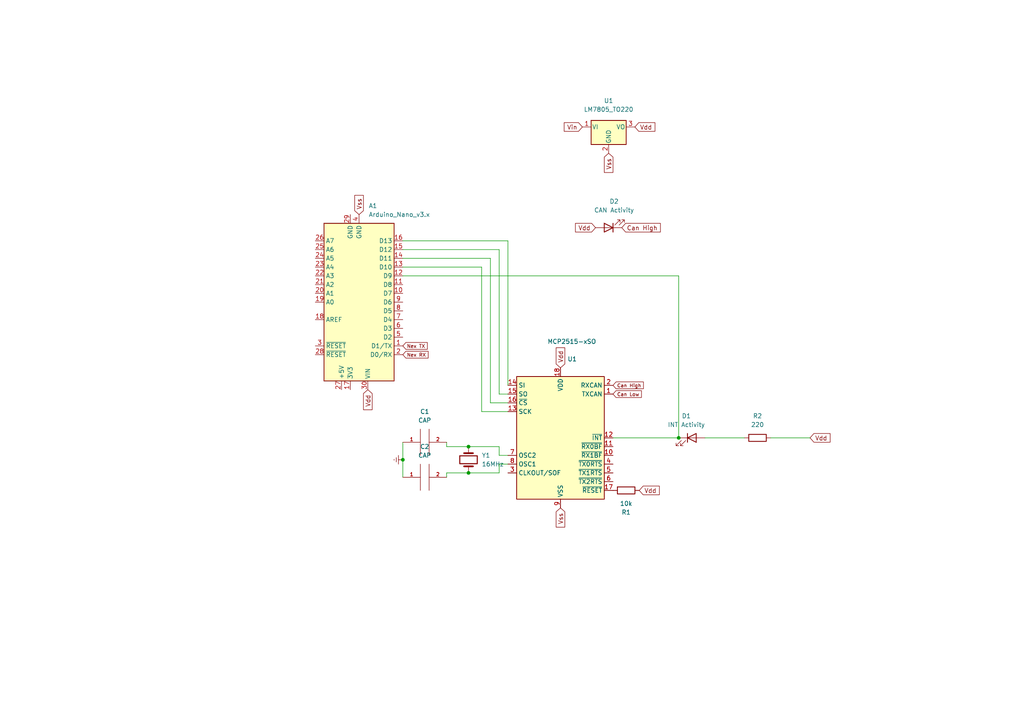
<source format=kicad_sch>
(kicad_sch (version 20211123) (generator eeschema)
  (paper "A4")
  (lib_symbols
    (symbol "Device:Crystal" (pin_numbers hide) (pin_names (offset 1.016) hide)
      (property "Reference" "Y" (at 0 3.81 0))
      (property "Value" "Crystal" (at 0 -3.81 0))
      (symbol "Crystal_0_1"
        (rectangle (start -1.143 2.54) (end 1.143 -2.54) (stroke (width 0.3048)))
        (polyline (pts (xy -2.54 0) (xy -1.905 0)))
        (polyline (pts (xy -1.905 -1.27) (xy -1.905 1.27)) (stroke (width 0.508)))
        (polyline (pts (xy 1.905 -1.27) (xy 1.905 1.27)) (stroke (width 0.508)))
        (polyline (pts (xy 2.54 0) (xy 1.905 0)))
      )
      (symbol "Crystal_1_1"
        (pin passive line (at -3.81 0 0) (length 1.27) (name "1") (number "1"))
        (pin passive line (at 3.81 0 180) (length 1.27) (name "2") (number "2"))
      )
    )
    (symbol "Device:LED" (pin_numbers hide) (pin_names (offset 1.016) hide)
      (property "Reference" "D" (at 0 2.54 0))
      (property "Value" "LED" (at 0 -2.54 0))
      (symbol "LED_0_1"
        (polyline (pts (xy -1.27 -1.27) (xy -1.27 1.27)) (stroke (width 0.254)))
        (polyline (pts (xy -1.27 0) (xy 1.27 0)))
        (polyline (pts (xy 1.27 -1.27) (xy 1.27 1.27) (xy -1.27 0) (xy 1.27 -1.27)) (stroke (width 0.254)))
        (polyline (pts (xy -3.048 -0.762) (xy -4.572 -2.286) (xy -3.81 -2.286) (xy -4.572 -2.286) (xy -4.572 -1.524)))
        (polyline (pts (xy -1.778 -0.762) (xy -3.302 -2.286) (xy -2.54 -2.286) (xy -3.302 -2.286) (xy -3.302 -1.524)))
      )
      (symbol "LED_1_1"
        (pin passive line (at -3.81 0 0) (length 2.54) (name "K") (number "1"))
        (pin passive line (at 3.81 0 180) (length 2.54) (name "A") (number "2"))
      )
    )
    (symbol "Device:R" (pin_numbers hide) (pin_names (offset 0))
      (property "Reference" "R" (at 2.032 0 90))
      (property "Value" "R" (at 0 0 90))
      (symbol "R_0_1"
        (rectangle (start -1.016 -2.54) (end 1.016 2.54) (stroke (width 0.254)))
      )
      (symbol "R_1_1"
        (pin passive line (at 0 3.81 270) (length 1.27) (name "~") (number "1"))
        (pin passive line (at 0 -3.81 90) (length 1.27) (name "~") (number "2"))
      )
    )
    (symbol "Interface_CAN_LIN:MCP2515-xSO"
      (property "Reference" "U" (at -10.16 19.685 0))
      (property "Value" "MCP2515-xSO" (at 19.05 20.32 0))
      (symbol "MCP2515-xSO_0_1"
        (rectangle (start -12.7 17.78) (end 12.7 -17.78) (stroke (width 0.254)) (fill (type background)))
      )
      (symbol "MCP2515-xSO_1_1"
        (pin output line (at 15.24 12.7 180) (length 2.54) (name "TXCAN") (number "1"))
        (pin output line (at 15.24 -5.08 180) (length 2.54) (name "~{RX1BF}") (number "10"))
        (pin output line (at 15.24 -2.54 180) (length 2.54) (name "~{RX0BF}") (number "11"))
        (pin output line (at 15.24 0 180) (length 2.54) (name "~{INT}") (number "12"))
        (pin input line (at -15.24 7.62 0) (length 2.54) (name "SCK") (number "13"))
        (pin input line (at -15.24 15.24 0) (length 2.54) (name "SI") (number "14"))
        (pin output line (at -15.24 12.7 0) (length 2.54) (name "SO") (number "15"))
        (pin input line (at -15.24 10.16 0) (length 2.54) (name "~{CS}") (number "16"))
        (pin input line (at 15.24 -15.24 180) (length 2.54) (name "~{RESET}") (number "17"))
        (pin power_in line (at 0 20.32 270) (length 2.54) (name "VDD") (number "18"))
        (pin input line (at 15.24 15.24 180) (length 2.54) (name "RXCAN") (number "2"))
        (pin output line (at -15.24 -10.16 0) (length 2.54) (name "CLKOUT/SOF") (number "3"))
        (pin input line (at 15.24 -7.62 180) (length 2.54) (name "~{TX0RTS}") (number "4"))
        (pin input line (at 15.24 -10.16 180) (length 2.54) (name "~{TX1RTS}") (number "5"))
        (pin input line (at 15.24 -12.7 180) (length 2.54) (name "~{TX2RTS}") (number "6"))
        (pin output line (at -15.24 -5.08 0) (length 2.54) (name "OSC2") (number "7"))
        (pin input line (at -15.24 -7.62 0) (length 2.54) (name "OSC1") (number "8"))
        (pin power_in line (at 0 -20.32 90) (length 2.54) (name "VSS") (number "9"))
      )
    )
    (symbol "MCU_Module:Arduino_Nano_v3.x"
      (property "Reference" "A" (at -10.16 23.495 0))
      (property "Value" "Arduino_Nano_v3.x" (at 5.08 -24.13 0))
      (symbol "Arduino_Nano_v3.x_0_1"
        (rectangle (start -10.16 22.86) (end 10.16 -22.86) (stroke (width 0.254)) (fill (type background)))
      )
      (symbol "Arduino_Nano_v3.x_1_1"
        (pin bidirectional line (at -12.7 12.7 0) (length 2.54) (name "D1/TX") (number "1"))
        (pin bidirectional line (at -12.7 -2.54 0) (length 2.54) (name "D7") (number "10"))
        (pin bidirectional line (at -12.7 -5.08 0) (length 2.54) (name "D8") (number "11"))
        (pin bidirectional line (at -12.7 -7.62 0) (length 2.54) (name "D9") (number "12"))
        (pin bidirectional line (at -12.7 -10.16 0) (length 2.54) (name "D10") (number "13"))
        (pin bidirectional line (at -12.7 -12.7 0) (length 2.54) (name "D11") (number "14"))
        (pin bidirectional line (at -12.7 -15.24 0) (length 2.54) (name "D12") (number "15"))
        (pin bidirectional line (at -12.7 -17.78 0) (length 2.54) (name "D13") (number "16"))
        (pin power_out line (at 2.54 25.4 270) (length 2.54) (name "3V3") (number "17"))
        (pin input line (at 12.7 5.08 180) (length 2.54) (name "AREF") (number "18"))
        (pin bidirectional line (at 12.7 0 180) (length 2.54) (name "A0") (number "19"))
        (pin bidirectional line (at -12.7 15.24 0) (length 2.54) (name "D0/RX") (number "2"))
        (pin bidirectional line (at 12.7 -2.54 180) (length 2.54) (name "A1") (number "20"))
        (pin bidirectional line (at 12.7 -5.08 180) (length 2.54) (name "A2") (number "21"))
        (pin bidirectional line (at 12.7 -7.62 180) (length 2.54) (name "A3") (number "22"))
        (pin bidirectional line (at 12.7 -10.16 180) (length 2.54) (name "A4") (number "23"))
        (pin bidirectional line (at 12.7 -12.7 180) (length 2.54) (name "A5") (number "24"))
        (pin bidirectional line (at 12.7 -15.24 180) (length 2.54) (name "A6") (number "25"))
        (pin bidirectional line (at 12.7 -17.78 180) (length 2.54) (name "A7") (number "26"))
        (pin power_out line (at 5.08 25.4 270) (length 2.54) (name "+5V") (number "27"))
        (pin input line (at 12.7 15.24 180) (length 2.54) (name "~{RESET}") (number "28"))
        (pin power_in line (at 2.54 -25.4 90) (length 2.54) (name "GND") (number "29"))
        (pin input line (at 12.7 12.7 180) (length 2.54) (name "~{RESET}") (number "3"))
        (pin power_in line (at -2.54 25.4 270) (length 2.54) (name "VIN") (number "30"))
        (pin power_in line (at 0 -25.4 90) (length 2.54) (name "GND") (number "4"))
        (pin bidirectional line (at -12.7 10.16 0) (length 2.54) (name "D2") (number "5"))
        (pin bidirectional line (at -12.7 7.62 0) (length 2.54) (name "D3") (number "6"))
        (pin bidirectional line (at -12.7 5.08 0) (length 2.54) (name "D4") (number "7"))
        (pin bidirectional line (at -12.7 2.54 0) (length 2.54) (name "D5") (number "8"))
        (pin bidirectional line (at -12.7 0 0) (length 2.54) (name "D6") (number "9"))
      )
    )
    (symbol "Regulator_Linear:LM7805_TO220" (pin_names (offset 0.254))
      (property "Reference" "U" (at -3.81 3.175 0))
      (property "Value" "LM7805_TO220" (at 0 3.175 0))
      (symbol "LM7805_TO220_0_1"
        (rectangle (start -5.08 1.905) (end 5.08 -5.08) (stroke (width 0.254)) (fill (type background)))
      )
      (symbol "LM7805_TO220_1_1"
        (pin power_in line (at -7.62 0 0) (length 2.54) (name "VI") (number "1"))
        (pin power_in line (at 0 -7.62 90) (length 2.54) (name "GND") (number "2"))
        (pin power_out line (at 7.62 0 180) (length 2.54) (name "VO") (number "3"))
      )
    )
    (symbol "power:Earth" (power) (pin_names (offset 0))
      (symbol "Earth_0_1"
        (polyline (pts (xy -0.635 -1.905) (xy 0.635 -1.905)))
        (polyline (pts (xy -0.127 -2.54) (xy 0.127 -2.54)))
        (polyline (pts (xy 0 -1.27) (xy 0 0)))
        (polyline (pts (xy 1.27 -1.27) (xy -1.27 -1.27)))
      )
      (symbol "Earth_1_1"
        (pin power_in line (at 0 0 270) (length 0) hide (name "Earth") (number "1"))
      )
    )
    (symbol "pspice:CAP" (pin_names (offset 0.254))
      (property "Reference" "C" (at 2.54 3.81 90))
      (property "Value" "CAP" (at 2.54 -3.81 90))
      (symbol "CAP_0_1"
        (polyline (pts (xy -3.81 -1.27) (xy 3.81 -1.27)))
        (polyline (pts (xy -3.81 1.27) (xy 3.81 1.27)))
      )
      (symbol "CAP_1_1"
        (pin passive line (at 0 6.35 270) (length 5.08) (name "~") (number "1"))
        (pin passive line (at 0 -6.35 90) (length 5.08) (name "~") (number "2"))
      )
    )
  )
  (junction (at 135.89 129.54))
  (junction (at 135.89 137.16))
  (junction (at 116.84 133.35))
  (junction (at 196.85 127))
  (wire (pts (xy 144.78 137.16) (xy 135.89 137.16)))
  (wire (pts (xy 139.7 119.38) (xy 139.7 77.47)))
  (wire (pts (xy 142.24 116.84) (xy 142.24 74.93)))
  (wire (pts (xy 147.32 116.84) (xy 142.24 116.84)))
  (wire (pts (xy 147.32 134.62) (xy 144.78 134.62)))
  (wire (pts (xy 116.84 72.39) (xy 144.78 72.39)))
  (wire (pts (xy 147.32 119.38) (xy 139.7 119.38)))
  (wire (pts (xy 144.78 72.39) (xy 144.78 114.3)))
  (wire (pts (xy 144.78 132.08) (xy 144.78 129.54)))
  (wire (pts (xy 234.95 127) (xy 223.52 127)))
  (wire (pts (xy 147.32 69.85) (xy 116.84 69.85)))
  (wire (pts (xy 116.84 74.93) (xy 142.24 74.93)))
  (wire (pts (xy 177.8 127) (xy 196.85 127)))
  (wire (pts (xy 129.54 137.16) (xy 129.54 138.43)))
  (wire (pts (xy 116.84 77.47) (xy 139.7 77.47)))
  (wire (pts (xy 196.85 80.01) (xy 116.84 80.01)))
  (wire (pts (xy 144.78 129.54) (xy 135.89 129.54)))
  (wire (pts (xy 147.32 132.08) (xy 144.78 132.08)))
  (wire (pts (xy 129.54 129.54) (xy 129.54 128.27)))
  (wire (pts (xy 135.89 129.54) (xy 129.54 129.54)))
  (wire (pts (xy 147.32 111.76) (xy 147.32 69.85)))
  (wire (pts (xy 116.84 133.35) (xy 116.84 138.43)))
  (wire (pts (xy 196.85 127) (xy 196.85 80.01)))
  (wire (pts (xy 215.9 127) (xy 204.47 127)))
  (wire (pts (xy 144.78 134.62) (xy 144.78 137.16)))
  (wire (pts (xy 135.89 137.16) (xy 129.54 137.16)))
  (wire (pts (xy 147.32 114.3) (xy 144.78 114.3)))
  (wire (pts (xy 116.84 128.27) (xy 116.84 133.35)))
  (global_label "Vdd" (shape input) (at 172.72 66.04 180) (property "Intersheet References" "${INTERSHEET_REFS}" (effects hide)))
  (global_label "Vdd" (shape input) (at 185.42 142.24 0) (property "Intersheet References" "${INTERSHEET_REFS}" (effects hide)))
  (global_label "Can High" (shape input) (at 180.34 66.04 0) (property "Intersheet References" "${INTERSHEET_REFS}" (effects hide)))
  (global_label "Vss" (shape input) (at 176.53 44.45 270) (property "Intersheet References" "${INTERSHEET_REFS}" (effects hide)))
  (global_label "Can Low" (shape input) (at 177.8 114.3 0) (effects (font (size 1 1))) (property "Intersheet References" "${INTERSHEET_REFS}" (effects hide)))
  (global_label "Vdd" (shape input) (at 184.15 36.83 0) (property "Intersheet References" "${INTERSHEET_REFS}" (effects hide)))
  (global_label "Vdd" (shape input) (at 234.95 127 0) (property "Intersheet References" "${INTERSHEET_REFS}" (effects hide)))
  (global_label "Can High" (shape input) (at 177.8 111.76 0) (effects (font (size 1 1))) (property "Intersheet References" "${INTERSHEET_REFS}" (effects hide)))
  (global_label "Vss" (shape input) (at 104.14 62.23 90) (property "Intersheet References" "${INTERSHEET_REFS}" (effects hide)))
  (global_label "Nex RX" (shape input) (at 116.84 102.87 0) (effects (font (size 1 1))) (property "Intersheet References" "${INTERSHEET_REFS}" (effects hide)))
  (global_label "Vdd" (shape input) (at 162.56 106.68 90) (property "Intersheet References" "${INTERSHEET_REFS}" (effects hide)))
  (global_label "Vin" (shape input) (at 168.91 36.83 180) (property "Intersheet References" "${INTERSHEET_REFS}" (effects hide)))
  (global_label "Vss" (shape input) (at 162.56 147.32 270) (property "Intersheet References" "${INTERSHEET_REFS}" (effects hide)))
  (global_label "Vdd" (shape input) (at 106.68 113.03 270) (property "Intersheet References" "${INTERSHEET_REFS}" (effects hide)))
  (global_label "Nex TX" (shape input) (at 116.84 100.33 0) (effects (font (size 1 1))) (property "Intersheet References" "${INTERSHEET_REFS}" (effects hide)))
  (symbol (lib_id "Interface_CAN_LIN:MCP2515-xSO") (at 162.56 127 0) (unit 1)
    (property "Reference" "U1" (at 164.5794 104.14 0) (effects (justify left)))
    (property "Value" "MCP2515-xSO" (at 158.75 99.06 0) (effects (justify left)))
    (property "Footprint" "Package_SO:SOIC-18W_7.5x11.6mm_P1.27mm" (effects hide))
    (property "Datasheet" "http://ww1.microchip.com/downloads/en/DeviceDoc/21801e.pdf" (effects hide))
  )
  (symbol (lib_id "Device:LED") (at 200.66 127 0) (unit 1)
    (property "Reference" "D1" (at 199.0725 120.65 0))
    (property "Value" "INT Activity" (at 199.0725 123.19 0))
    (property "Footprint" "LED_THT:LED_D3.0mm" (effects hide))
  )
  (symbol (lib_id "pspice:CAP") (at 123.19 128.27 90) (unit 1)
    (property "Reference" "C1" (at 123.19 119.38 90))
    (property "Value" "CAP" (at 123.19 121.92 90))
    (property "Footprint" "Capacitor_THT:C_Disc_D5.1mm_W3.2mm_P5.00mm" (effects hide))
  )
  (symbol (lib_id "Device:Crystal") (at 135.89 133.35 270) (unit 1)
    (property "Reference" "Y1" (at 139.7 132.0799 90) (effects (justify left)))
    (property "Value" "16MHz" (at 139.7 134.6199 90) (effects (justify left)))
    (property "Footprint" "Oscillator:9B-16M" (effects hide))
  )
  (symbol (lib_id "Regulator_Linear:LM7805_TO220") (at 176.53 36.83 0) (unit 1)
    (property "Reference" "U1" (at 176.53 29.21 0))
    (property "Value" "LM7805_TO220" (at 176.53 31.75 0))
    (property "Footprint" "Package_TO_SOT_THT:TO-220-3_Vertical" (effects hide))
    (property "Datasheet" "https://www.onsemi.cn/PowerSolutions/document/MC7800-D.PDF" (effects hide))
  )
  (symbol (lib_id "Device:R") (at 181.61 142.24 90) (unit 1)
    (property "Reference" "R1" (at 181.61 148.59 90))
    (property "Value" "10k" (at 181.61 146.05 90))
    (property "Footprint" "Resistor_THT:R_Axial_DIN0207_L6.3mm_D2.5mm_P10.16mm_Horizontal" (effects hide))
  )
  (symbol (lib_id "MCU_Module:Arduino_Nano_v3.x") (at 104.14 87.63 180) (unit 1)
    (property "Reference" "A1" (at 106.9087 59.69 0) (effects (justify right)))
    (property "Value" "Arduino_Nano_v3.x" (at 106.9087 62.23 0) (effects (justify right)))
    (property "Footprint" "Module:Arduino_Nano" (effects hide))
    (property "Datasheet" "http://www.mouser.com/pdfdocs/Gravitech_Arduino_Nano3_0.pdf" (effects hide))
  )
  (symbol (lib_id "pspice:CAP") (at 123.19 138.43 90) (unit 1)
    (property "Reference" "C2" (at 123.19 129.54 90))
    (property "Value" "CAP" (at 123.19 132.08 90))
    (property "Footprint" "Capacitor_THT:C_Disc_D5.1mm_W3.2mm_P5.00mm" (effects hide))
  )
  (symbol (lib_id "Device:LED") (at 176.53 66.04 180) (unit 1)
    (property "Reference" "D2" (at 178.1175 58.42 0))
    (property "Value" "CAN Activity" (at 178.1175 60.96 0))
    (property "Footprint" "LED_THT:LED_D3.0mm" (effects hide))
  )
  (symbol (lib_id "Device:R") (at 219.71 127 90) (unit 1)
    (property "Reference" "R2" (at 219.71 120.65 90))
    (property "Value" "220" (at 219.71 123.19 90))
    (property "Footprint" "Resistor_THT:R_Axial_DIN0207_L6.3mm_D2.5mm_P10.16mm_Horizontal" (effects hide))
  )
  (symbol (lib_id "power:Earth") (at 116.84 133.35 270) (unit 1)
    (property "Reference" "#PWR0101" (effects hide))
    (property "Value" "Earth" (effects hide))
  )
)
</source>
